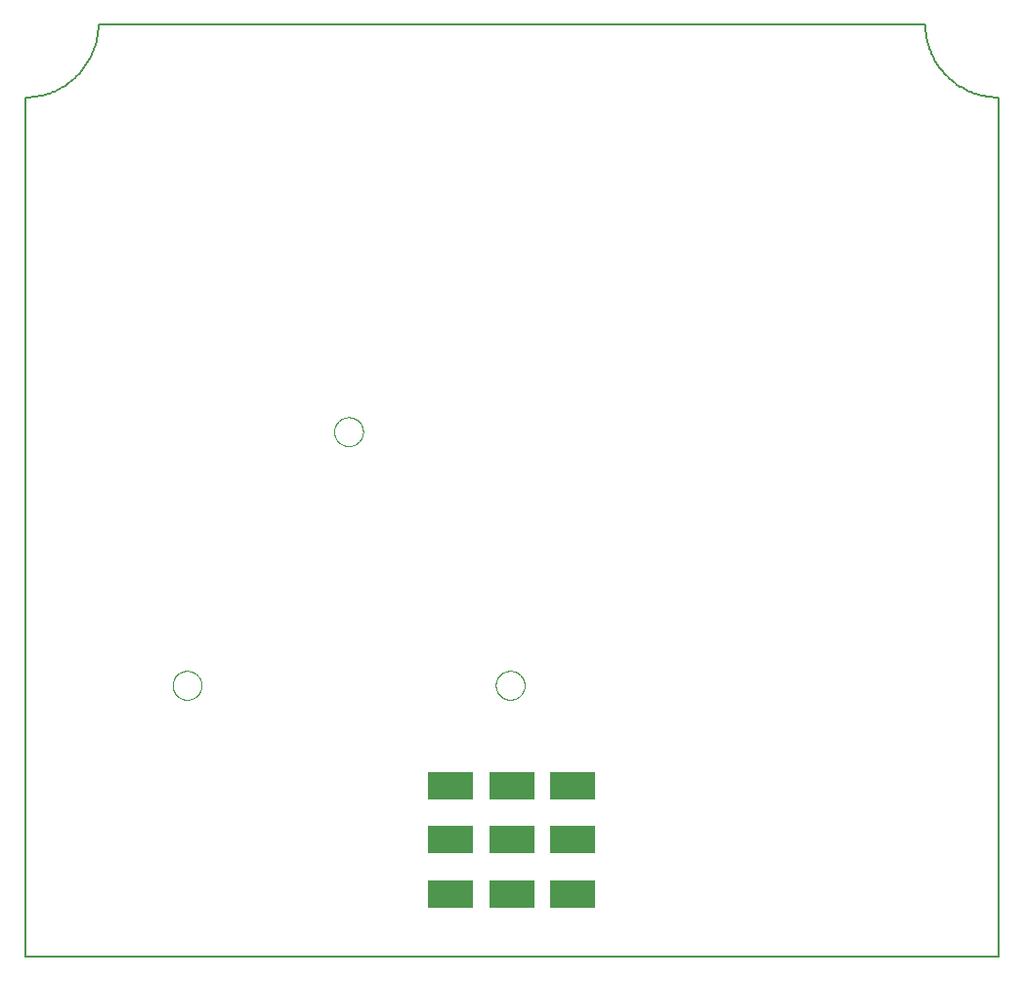
<source format=gbp>
G75*
%MOIN*%
%OFA0B0*%
%FSLAX25Y25*%
%IPPOS*%
%LPD*%
%AMOC8*
5,1,8,0,0,1.08239X$1,22.5*
%
%ADD10C,0.00500*%
%ADD11C,0.00000*%
%ADD12R,0.15700X0.09800*%
D10*
X0001250Y0001250D02*
X0001250Y0294750D01*
X0001854Y0294757D01*
X0002458Y0294779D01*
X0003061Y0294816D01*
X0003663Y0294867D01*
X0004263Y0294932D01*
X0004862Y0295012D01*
X0005459Y0295107D01*
X0006053Y0295216D01*
X0006645Y0295339D01*
X0007233Y0295476D01*
X0007818Y0295628D01*
X0008399Y0295794D01*
X0008975Y0295974D01*
X0009548Y0296167D01*
X0010115Y0296375D01*
X0010677Y0296596D01*
X0011234Y0296830D01*
X0011785Y0297078D01*
X0012330Y0297339D01*
X0012868Y0297614D01*
X0013400Y0297901D01*
X0013924Y0298201D01*
X0014441Y0298513D01*
X0014950Y0298838D01*
X0015452Y0299175D01*
X0015945Y0299525D01*
X0016429Y0299886D01*
X0016905Y0300258D01*
X0017371Y0300642D01*
X0017828Y0301037D01*
X0018275Y0301443D01*
X0018713Y0301860D01*
X0019140Y0302287D01*
X0019557Y0302725D01*
X0019963Y0303172D01*
X0020358Y0303629D01*
X0020742Y0304095D01*
X0021114Y0304571D01*
X0021475Y0305055D01*
X0021825Y0305548D01*
X0022162Y0306050D01*
X0022487Y0306559D01*
X0022799Y0307076D01*
X0023099Y0307600D01*
X0023386Y0308132D01*
X0023661Y0308670D01*
X0023922Y0309215D01*
X0024170Y0309766D01*
X0024404Y0310323D01*
X0024625Y0310885D01*
X0024833Y0311452D01*
X0025026Y0312025D01*
X0025206Y0312601D01*
X0025372Y0313182D01*
X0025524Y0313767D01*
X0025661Y0314355D01*
X0025784Y0314947D01*
X0025893Y0315541D01*
X0025988Y0316138D01*
X0026068Y0316737D01*
X0026133Y0317337D01*
X0026184Y0317939D01*
X0026221Y0318542D01*
X0026243Y0319146D01*
X0026250Y0319750D01*
X0308350Y0319750D01*
X0308357Y0319146D01*
X0308379Y0318542D01*
X0308416Y0317939D01*
X0308467Y0317337D01*
X0308532Y0316737D01*
X0308612Y0316138D01*
X0308707Y0315541D01*
X0308816Y0314947D01*
X0308939Y0314355D01*
X0309076Y0313767D01*
X0309228Y0313182D01*
X0309394Y0312601D01*
X0309574Y0312025D01*
X0309767Y0311452D01*
X0309975Y0310885D01*
X0310196Y0310323D01*
X0310430Y0309766D01*
X0310678Y0309215D01*
X0310939Y0308670D01*
X0311214Y0308132D01*
X0311501Y0307600D01*
X0311801Y0307076D01*
X0312113Y0306559D01*
X0312438Y0306050D01*
X0312775Y0305548D01*
X0313125Y0305055D01*
X0313486Y0304571D01*
X0313858Y0304095D01*
X0314242Y0303629D01*
X0314637Y0303172D01*
X0315043Y0302725D01*
X0315460Y0302287D01*
X0315887Y0301860D01*
X0316325Y0301443D01*
X0316772Y0301037D01*
X0317229Y0300642D01*
X0317695Y0300258D01*
X0318171Y0299886D01*
X0318655Y0299525D01*
X0319148Y0299175D01*
X0319650Y0298838D01*
X0320159Y0298513D01*
X0320676Y0298201D01*
X0321200Y0297901D01*
X0321732Y0297614D01*
X0322270Y0297339D01*
X0322815Y0297078D01*
X0323366Y0296830D01*
X0323923Y0296596D01*
X0324485Y0296375D01*
X0325052Y0296167D01*
X0325625Y0295974D01*
X0326201Y0295794D01*
X0326782Y0295628D01*
X0327367Y0295476D01*
X0327955Y0295339D01*
X0328547Y0295216D01*
X0329141Y0295107D01*
X0329738Y0295012D01*
X0330337Y0294932D01*
X0330937Y0294867D01*
X0331539Y0294816D01*
X0332142Y0294779D01*
X0332746Y0294757D01*
X0333350Y0294750D01*
X0333350Y0001250D01*
X0001250Y0001250D01*
D11*
X0051573Y0093998D02*
X0051575Y0094138D01*
X0051581Y0094278D01*
X0051591Y0094417D01*
X0051605Y0094556D01*
X0051623Y0094695D01*
X0051644Y0094833D01*
X0051670Y0094971D01*
X0051700Y0095108D01*
X0051733Y0095243D01*
X0051771Y0095378D01*
X0051812Y0095512D01*
X0051857Y0095645D01*
X0051905Y0095776D01*
X0051958Y0095905D01*
X0052014Y0096034D01*
X0052073Y0096160D01*
X0052137Y0096285D01*
X0052203Y0096408D01*
X0052274Y0096529D01*
X0052347Y0096648D01*
X0052424Y0096765D01*
X0052505Y0096879D01*
X0052588Y0096991D01*
X0052675Y0097101D01*
X0052765Y0097209D01*
X0052857Y0097313D01*
X0052953Y0097415D01*
X0053052Y0097515D01*
X0053153Y0097611D01*
X0053257Y0097705D01*
X0053364Y0097795D01*
X0053473Y0097882D01*
X0053585Y0097967D01*
X0053699Y0098048D01*
X0053815Y0098126D01*
X0053933Y0098200D01*
X0054054Y0098271D01*
X0054176Y0098339D01*
X0054301Y0098403D01*
X0054427Y0098464D01*
X0054554Y0098521D01*
X0054684Y0098574D01*
X0054815Y0098624D01*
X0054947Y0098669D01*
X0055080Y0098712D01*
X0055215Y0098750D01*
X0055350Y0098784D01*
X0055487Y0098815D01*
X0055624Y0098842D01*
X0055762Y0098864D01*
X0055901Y0098883D01*
X0056040Y0098898D01*
X0056179Y0098909D01*
X0056319Y0098916D01*
X0056459Y0098919D01*
X0056599Y0098918D01*
X0056739Y0098913D01*
X0056878Y0098904D01*
X0057018Y0098891D01*
X0057157Y0098874D01*
X0057295Y0098853D01*
X0057433Y0098829D01*
X0057570Y0098800D01*
X0057706Y0098768D01*
X0057841Y0098731D01*
X0057975Y0098691D01*
X0058108Y0098647D01*
X0058239Y0098599D01*
X0058369Y0098548D01*
X0058498Y0098493D01*
X0058625Y0098434D01*
X0058750Y0098371D01*
X0058873Y0098306D01*
X0058995Y0098236D01*
X0059114Y0098163D01*
X0059232Y0098087D01*
X0059347Y0098008D01*
X0059460Y0097925D01*
X0059570Y0097839D01*
X0059678Y0097750D01*
X0059783Y0097658D01*
X0059886Y0097563D01*
X0059986Y0097465D01*
X0060083Y0097365D01*
X0060177Y0097261D01*
X0060269Y0097155D01*
X0060357Y0097047D01*
X0060442Y0096936D01*
X0060524Y0096822D01*
X0060603Y0096706D01*
X0060678Y0096589D01*
X0060750Y0096469D01*
X0060818Y0096347D01*
X0060883Y0096223D01*
X0060945Y0096097D01*
X0061003Y0095970D01*
X0061057Y0095841D01*
X0061108Y0095710D01*
X0061154Y0095578D01*
X0061197Y0095445D01*
X0061237Y0095311D01*
X0061272Y0095176D01*
X0061304Y0095039D01*
X0061331Y0094902D01*
X0061355Y0094764D01*
X0061375Y0094626D01*
X0061391Y0094487D01*
X0061403Y0094347D01*
X0061411Y0094208D01*
X0061415Y0094068D01*
X0061415Y0093928D01*
X0061411Y0093788D01*
X0061403Y0093649D01*
X0061391Y0093509D01*
X0061375Y0093370D01*
X0061355Y0093232D01*
X0061331Y0093094D01*
X0061304Y0092957D01*
X0061272Y0092820D01*
X0061237Y0092685D01*
X0061197Y0092551D01*
X0061154Y0092418D01*
X0061108Y0092286D01*
X0061057Y0092155D01*
X0061003Y0092026D01*
X0060945Y0091899D01*
X0060883Y0091773D01*
X0060818Y0091649D01*
X0060750Y0091527D01*
X0060678Y0091407D01*
X0060603Y0091290D01*
X0060524Y0091174D01*
X0060442Y0091060D01*
X0060357Y0090949D01*
X0060269Y0090841D01*
X0060177Y0090735D01*
X0060083Y0090631D01*
X0059986Y0090531D01*
X0059886Y0090433D01*
X0059783Y0090338D01*
X0059678Y0090246D01*
X0059570Y0090157D01*
X0059460Y0090071D01*
X0059347Y0089988D01*
X0059232Y0089909D01*
X0059114Y0089833D01*
X0058995Y0089760D01*
X0058873Y0089690D01*
X0058750Y0089625D01*
X0058625Y0089562D01*
X0058498Y0089503D01*
X0058369Y0089448D01*
X0058239Y0089397D01*
X0058108Y0089349D01*
X0057975Y0089305D01*
X0057841Y0089265D01*
X0057706Y0089228D01*
X0057570Y0089196D01*
X0057433Y0089167D01*
X0057295Y0089143D01*
X0057157Y0089122D01*
X0057018Y0089105D01*
X0056878Y0089092D01*
X0056739Y0089083D01*
X0056599Y0089078D01*
X0056459Y0089077D01*
X0056319Y0089080D01*
X0056179Y0089087D01*
X0056040Y0089098D01*
X0055901Y0089113D01*
X0055762Y0089132D01*
X0055624Y0089154D01*
X0055487Y0089181D01*
X0055350Y0089212D01*
X0055215Y0089246D01*
X0055080Y0089284D01*
X0054947Y0089327D01*
X0054815Y0089372D01*
X0054684Y0089422D01*
X0054554Y0089475D01*
X0054427Y0089532D01*
X0054301Y0089593D01*
X0054176Y0089657D01*
X0054054Y0089725D01*
X0053933Y0089796D01*
X0053815Y0089870D01*
X0053699Y0089948D01*
X0053585Y0090029D01*
X0053473Y0090114D01*
X0053364Y0090201D01*
X0053257Y0090291D01*
X0053153Y0090385D01*
X0053052Y0090481D01*
X0052953Y0090581D01*
X0052857Y0090683D01*
X0052765Y0090787D01*
X0052675Y0090895D01*
X0052588Y0091005D01*
X0052505Y0091117D01*
X0052424Y0091231D01*
X0052347Y0091348D01*
X0052274Y0091467D01*
X0052203Y0091588D01*
X0052137Y0091711D01*
X0052073Y0091836D01*
X0052014Y0091962D01*
X0051958Y0092091D01*
X0051905Y0092220D01*
X0051857Y0092351D01*
X0051812Y0092484D01*
X0051771Y0092618D01*
X0051733Y0092753D01*
X0051700Y0092888D01*
X0051670Y0093025D01*
X0051644Y0093163D01*
X0051623Y0093301D01*
X0051605Y0093440D01*
X0051591Y0093579D01*
X0051581Y0093718D01*
X0051575Y0093858D01*
X0051573Y0093998D01*
X0106691Y0180612D02*
X0106693Y0180752D01*
X0106699Y0180892D01*
X0106709Y0181031D01*
X0106723Y0181170D01*
X0106741Y0181309D01*
X0106762Y0181447D01*
X0106788Y0181585D01*
X0106818Y0181722D01*
X0106851Y0181857D01*
X0106889Y0181992D01*
X0106930Y0182126D01*
X0106975Y0182259D01*
X0107023Y0182390D01*
X0107076Y0182519D01*
X0107132Y0182648D01*
X0107191Y0182774D01*
X0107255Y0182899D01*
X0107321Y0183022D01*
X0107392Y0183143D01*
X0107465Y0183262D01*
X0107542Y0183379D01*
X0107623Y0183493D01*
X0107706Y0183605D01*
X0107793Y0183715D01*
X0107883Y0183823D01*
X0107975Y0183927D01*
X0108071Y0184029D01*
X0108170Y0184129D01*
X0108271Y0184225D01*
X0108375Y0184319D01*
X0108482Y0184409D01*
X0108591Y0184496D01*
X0108703Y0184581D01*
X0108817Y0184662D01*
X0108933Y0184740D01*
X0109051Y0184814D01*
X0109172Y0184885D01*
X0109294Y0184953D01*
X0109419Y0185017D01*
X0109545Y0185078D01*
X0109672Y0185135D01*
X0109802Y0185188D01*
X0109933Y0185238D01*
X0110065Y0185283D01*
X0110198Y0185326D01*
X0110333Y0185364D01*
X0110468Y0185398D01*
X0110605Y0185429D01*
X0110742Y0185456D01*
X0110880Y0185478D01*
X0111019Y0185497D01*
X0111158Y0185512D01*
X0111297Y0185523D01*
X0111437Y0185530D01*
X0111577Y0185533D01*
X0111717Y0185532D01*
X0111857Y0185527D01*
X0111996Y0185518D01*
X0112136Y0185505D01*
X0112275Y0185488D01*
X0112413Y0185467D01*
X0112551Y0185443D01*
X0112688Y0185414D01*
X0112824Y0185382D01*
X0112959Y0185345D01*
X0113093Y0185305D01*
X0113226Y0185261D01*
X0113357Y0185213D01*
X0113487Y0185162D01*
X0113616Y0185107D01*
X0113743Y0185048D01*
X0113868Y0184985D01*
X0113991Y0184920D01*
X0114113Y0184850D01*
X0114232Y0184777D01*
X0114350Y0184701D01*
X0114465Y0184622D01*
X0114578Y0184539D01*
X0114688Y0184453D01*
X0114796Y0184364D01*
X0114901Y0184272D01*
X0115004Y0184177D01*
X0115104Y0184079D01*
X0115201Y0183979D01*
X0115295Y0183875D01*
X0115387Y0183769D01*
X0115475Y0183661D01*
X0115560Y0183550D01*
X0115642Y0183436D01*
X0115721Y0183320D01*
X0115796Y0183203D01*
X0115868Y0183083D01*
X0115936Y0182961D01*
X0116001Y0182837D01*
X0116063Y0182711D01*
X0116121Y0182584D01*
X0116175Y0182455D01*
X0116226Y0182324D01*
X0116272Y0182192D01*
X0116315Y0182059D01*
X0116355Y0181925D01*
X0116390Y0181790D01*
X0116422Y0181653D01*
X0116449Y0181516D01*
X0116473Y0181378D01*
X0116493Y0181240D01*
X0116509Y0181101D01*
X0116521Y0180961D01*
X0116529Y0180822D01*
X0116533Y0180682D01*
X0116533Y0180542D01*
X0116529Y0180402D01*
X0116521Y0180263D01*
X0116509Y0180123D01*
X0116493Y0179984D01*
X0116473Y0179846D01*
X0116449Y0179708D01*
X0116422Y0179571D01*
X0116390Y0179434D01*
X0116355Y0179299D01*
X0116315Y0179165D01*
X0116272Y0179032D01*
X0116226Y0178900D01*
X0116175Y0178769D01*
X0116121Y0178640D01*
X0116063Y0178513D01*
X0116001Y0178387D01*
X0115936Y0178263D01*
X0115868Y0178141D01*
X0115796Y0178021D01*
X0115721Y0177904D01*
X0115642Y0177788D01*
X0115560Y0177674D01*
X0115475Y0177563D01*
X0115387Y0177455D01*
X0115295Y0177349D01*
X0115201Y0177245D01*
X0115104Y0177145D01*
X0115004Y0177047D01*
X0114901Y0176952D01*
X0114796Y0176860D01*
X0114688Y0176771D01*
X0114578Y0176685D01*
X0114465Y0176602D01*
X0114350Y0176523D01*
X0114232Y0176447D01*
X0114113Y0176374D01*
X0113991Y0176304D01*
X0113868Y0176239D01*
X0113743Y0176176D01*
X0113616Y0176117D01*
X0113487Y0176062D01*
X0113357Y0176011D01*
X0113226Y0175963D01*
X0113093Y0175919D01*
X0112959Y0175879D01*
X0112824Y0175842D01*
X0112688Y0175810D01*
X0112551Y0175781D01*
X0112413Y0175757D01*
X0112275Y0175736D01*
X0112136Y0175719D01*
X0111996Y0175706D01*
X0111857Y0175697D01*
X0111717Y0175692D01*
X0111577Y0175691D01*
X0111437Y0175694D01*
X0111297Y0175701D01*
X0111158Y0175712D01*
X0111019Y0175727D01*
X0110880Y0175746D01*
X0110742Y0175768D01*
X0110605Y0175795D01*
X0110468Y0175826D01*
X0110333Y0175860D01*
X0110198Y0175898D01*
X0110065Y0175941D01*
X0109933Y0175986D01*
X0109802Y0176036D01*
X0109672Y0176089D01*
X0109545Y0176146D01*
X0109419Y0176207D01*
X0109294Y0176271D01*
X0109172Y0176339D01*
X0109051Y0176410D01*
X0108933Y0176484D01*
X0108817Y0176562D01*
X0108703Y0176643D01*
X0108591Y0176728D01*
X0108482Y0176815D01*
X0108375Y0176905D01*
X0108271Y0176999D01*
X0108170Y0177095D01*
X0108071Y0177195D01*
X0107975Y0177297D01*
X0107883Y0177401D01*
X0107793Y0177509D01*
X0107706Y0177619D01*
X0107623Y0177731D01*
X0107542Y0177845D01*
X0107465Y0177962D01*
X0107392Y0178081D01*
X0107321Y0178202D01*
X0107255Y0178325D01*
X0107191Y0178450D01*
X0107132Y0178576D01*
X0107076Y0178705D01*
X0107023Y0178834D01*
X0106975Y0178965D01*
X0106930Y0179098D01*
X0106889Y0179232D01*
X0106851Y0179367D01*
X0106818Y0179502D01*
X0106788Y0179639D01*
X0106762Y0179777D01*
X0106741Y0179915D01*
X0106723Y0180054D01*
X0106709Y0180193D01*
X0106699Y0180332D01*
X0106693Y0180472D01*
X0106691Y0180612D01*
X0161809Y0093998D02*
X0161811Y0094138D01*
X0161817Y0094278D01*
X0161827Y0094417D01*
X0161841Y0094556D01*
X0161859Y0094695D01*
X0161880Y0094833D01*
X0161906Y0094971D01*
X0161936Y0095108D01*
X0161969Y0095243D01*
X0162007Y0095378D01*
X0162048Y0095512D01*
X0162093Y0095645D01*
X0162141Y0095776D01*
X0162194Y0095905D01*
X0162250Y0096034D01*
X0162309Y0096160D01*
X0162373Y0096285D01*
X0162439Y0096408D01*
X0162510Y0096529D01*
X0162583Y0096648D01*
X0162660Y0096765D01*
X0162741Y0096879D01*
X0162824Y0096991D01*
X0162911Y0097101D01*
X0163001Y0097209D01*
X0163093Y0097313D01*
X0163189Y0097415D01*
X0163288Y0097515D01*
X0163389Y0097611D01*
X0163493Y0097705D01*
X0163600Y0097795D01*
X0163709Y0097882D01*
X0163821Y0097967D01*
X0163935Y0098048D01*
X0164051Y0098126D01*
X0164169Y0098200D01*
X0164290Y0098271D01*
X0164412Y0098339D01*
X0164537Y0098403D01*
X0164663Y0098464D01*
X0164790Y0098521D01*
X0164920Y0098574D01*
X0165051Y0098624D01*
X0165183Y0098669D01*
X0165316Y0098712D01*
X0165451Y0098750D01*
X0165586Y0098784D01*
X0165723Y0098815D01*
X0165860Y0098842D01*
X0165998Y0098864D01*
X0166137Y0098883D01*
X0166276Y0098898D01*
X0166415Y0098909D01*
X0166555Y0098916D01*
X0166695Y0098919D01*
X0166835Y0098918D01*
X0166975Y0098913D01*
X0167114Y0098904D01*
X0167254Y0098891D01*
X0167393Y0098874D01*
X0167531Y0098853D01*
X0167669Y0098829D01*
X0167806Y0098800D01*
X0167942Y0098768D01*
X0168077Y0098731D01*
X0168211Y0098691D01*
X0168344Y0098647D01*
X0168475Y0098599D01*
X0168605Y0098548D01*
X0168734Y0098493D01*
X0168861Y0098434D01*
X0168986Y0098371D01*
X0169109Y0098306D01*
X0169231Y0098236D01*
X0169350Y0098163D01*
X0169468Y0098087D01*
X0169583Y0098008D01*
X0169696Y0097925D01*
X0169806Y0097839D01*
X0169914Y0097750D01*
X0170019Y0097658D01*
X0170122Y0097563D01*
X0170222Y0097465D01*
X0170319Y0097365D01*
X0170413Y0097261D01*
X0170505Y0097155D01*
X0170593Y0097047D01*
X0170678Y0096936D01*
X0170760Y0096822D01*
X0170839Y0096706D01*
X0170914Y0096589D01*
X0170986Y0096469D01*
X0171054Y0096347D01*
X0171119Y0096223D01*
X0171181Y0096097D01*
X0171239Y0095970D01*
X0171293Y0095841D01*
X0171344Y0095710D01*
X0171390Y0095578D01*
X0171433Y0095445D01*
X0171473Y0095311D01*
X0171508Y0095176D01*
X0171540Y0095039D01*
X0171567Y0094902D01*
X0171591Y0094764D01*
X0171611Y0094626D01*
X0171627Y0094487D01*
X0171639Y0094347D01*
X0171647Y0094208D01*
X0171651Y0094068D01*
X0171651Y0093928D01*
X0171647Y0093788D01*
X0171639Y0093649D01*
X0171627Y0093509D01*
X0171611Y0093370D01*
X0171591Y0093232D01*
X0171567Y0093094D01*
X0171540Y0092957D01*
X0171508Y0092820D01*
X0171473Y0092685D01*
X0171433Y0092551D01*
X0171390Y0092418D01*
X0171344Y0092286D01*
X0171293Y0092155D01*
X0171239Y0092026D01*
X0171181Y0091899D01*
X0171119Y0091773D01*
X0171054Y0091649D01*
X0170986Y0091527D01*
X0170914Y0091407D01*
X0170839Y0091290D01*
X0170760Y0091174D01*
X0170678Y0091060D01*
X0170593Y0090949D01*
X0170505Y0090841D01*
X0170413Y0090735D01*
X0170319Y0090631D01*
X0170222Y0090531D01*
X0170122Y0090433D01*
X0170019Y0090338D01*
X0169914Y0090246D01*
X0169806Y0090157D01*
X0169696Y0090071D01*
X0169583Y0089988D01*
X0169468Y0089909D01*
X0169350Y0089833D01*
X0169231Y0089760D01*
X0169109Y0089690D01*
X0168986Y0089625D01*
X0168861Y0089562D01*
X0168734Y0089503D01*
X0168605Y0089448D01*
X0168475Y0089397D01*
X0168344Y0089349D01*
X0168211Y0089305D01*
X0168077Y0089265D01*
X0167942Y0089228D01*
X0167806Y0089196D01*
X0167669Y0089167D01*
X0167531Y0089143D01*
X0167393Y0089122D01*
X0167254Y0089105D01*
X0167114Y0089092D01*
X0166975Y0089083D01*
X0166835Y0089078D01*
X0166695Y0089077D01*
X0166555Y0089080D01*
X0166415Y0089087D01*
X0166276Y0089098D01*
X0166137Y0089113D01*
X0165998Y0089132D01*
X0165860Y0089154D01*
X0165723Y0089181D01*
X0165586Y0089212D01*
X0165451Y0089246D01*
X0165316Y0089284D01*
X0165183Y0089327D01*
X0165051Y0089372D01*
X0164920Y0089422D01*
X0164790Y0089475D01*
X0164663Y0089532D01*
X0164537Y0089593D01*
X0164412Y0089657D01*
X0164290Y0089725D01*
X0164169Y0089796D01*
X0164051Y0089870D01*
X0163935Y0089948D01*
X0163821Y0090029D01*
X0163709Y0090114D01*
X0163600Y0090201D01*
X0163493Y0090291D01*
X0163389Y0090385D01*
X0163288Y0090481D01*
X0163189Y0090581D01*
X0163093Y0090683D01*
X0163001Y0090787D01*
X0162911Y0090895D01*
X0162824Y0091005D01*
X0162741Y0091117D01*
X0162660Y0091231D01*
X0162583Y0091348D01*
X0162510Y0091467D01*
X0162439Y0091588D01*
X0162373Y0091711D01*
X0162309Y0091836D01*
X0162250Y0091962D01*
X0162194Y0092091D01*
X0162141Y0092220D01*
X0162093Y0092351D01*
X0162048Y0092484D01*
X0162007Y0092618D01*
X0161969Y0092753D01*
X0161936Y0092888D01*
X0161906Y0093025D01*
X0161880Y0093163D01*
X0161859Y0093301D01*
X0161841Y0093440D01*
X0161827Y0093579D01*
X0161817Y0093718D01*
X0161811Y0093858D01*
X0161809Y0093998D01*
D12*
X0167250Y0059750D03*
X0167250Y0041250D03*
X0167250Y0022750D03*
X0146350Y0022750D03*
X0146350Y0041250D03*
X0146350Y0059750D03*
X0188150Y0059750D03*
X0188150Y0041250D03*
X0188150Y0022750D03*
M02*

</source>
